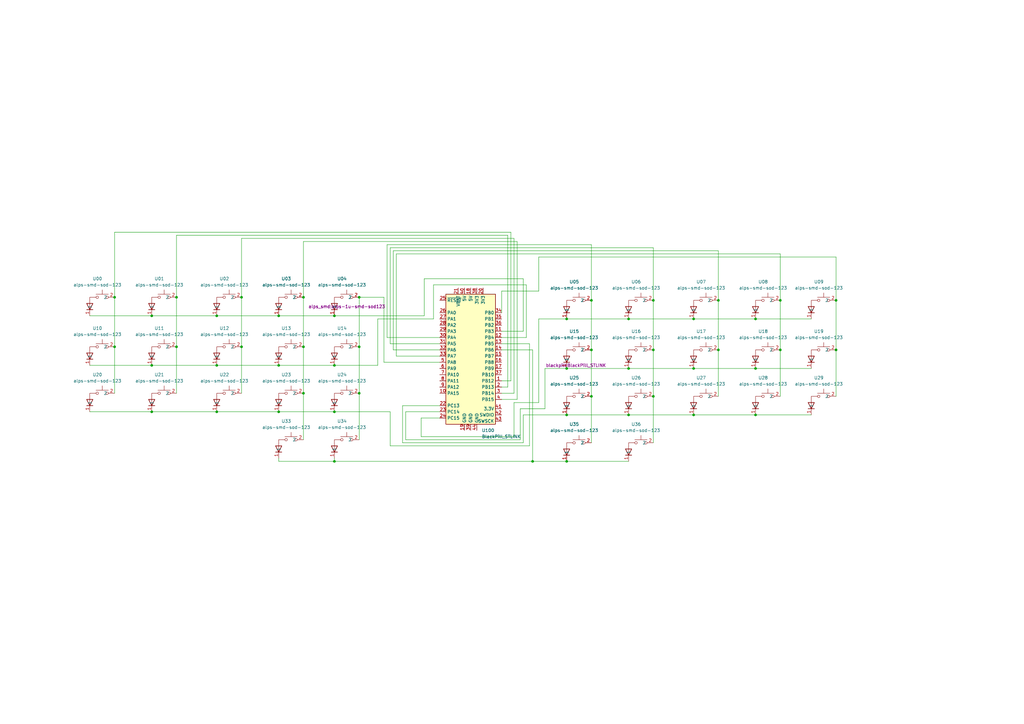
<source format=kicad_sch>
(kicad_sch (version 20211123) (generator eeschema)
  (paper "A3")
  (lib_symbols
    (symbol "alps-smd-sod-123_1"
      (property "Reference" "U" (at 0 0 0))
      (property "Value" "alps-smd-sod-123_1" (at 0 8.89 0))
      (symbol "alps-smd-sod-123_1_0_1"
        (circle (center -2.032 3.81) (radius 0.508))
        (polyline (pts (xy -6.35 -1.27) (xy -3.81 -1.27)) (stroke (width 0.254)))
        (polyline (pts (xy -5.08 1.27) (xy -5.08 -1.27)))
        (polyline (pts (xy 0 5.08) (xy 0 6.858)))
        (polyline (pts (xy 2.54 5.08) (xy -2.54 5.08)))
        (polyline (pts (xy -5.08 1.27) (xy -5.08 3.81) (xy -2.54 3.81)))
        (polyline (pts (xy -6.35 1.27) (xy -3.81 1.27) (xy -5.08 -1.27) (xy -6.35 1.27)) (stroke (width 0.254)))
        (circle (center 2.032 3.81) (radius 0.508))
        (pin passive line (at 5.08 3.81 180) (length 2.54) (name "2") (number "2"))
      )
      (symbol "alps-smd-sod-123_1_1_1"
        (pin passive line (at -5.08 -3.81 90) (length 2.54) (name "1") (number "1"))
      )
    )
    (symbol "alps-smd-sod-123_10"
      (property "Reference" "U" (at 0 0 0))
      (property "Value" "alps-smd-sod-123_10" (at 0 8.89 0))
      (symbol "alps-smd-sod-123_10_0_1"
        (circle (center -2.032 3.81) (radius 0.508))
        (polyline (pts (xy -6.35 -1.27) (xy -3.81 -1.27)) (stroke (width 0.254)))
        (polyline (pts (xy -5.08 1.27) (xy -5.08 -1.27)))
        (polyline (pts (xy 0 5.08) (xy 0 6.858)))
        (polyline (pts (xy 2.54 5.08) (xy -2.54 5.08)))
        (polyline (pts (xy -5.08 1.27) (xy -5.08 3.81) (xy -2.54 3.81)))
        (polyline (pts (xy -6.35 1.27) (xy -3.81 1.27) (xy -5.08 -1.27) (xy -6.35 1.27)) (stroke (width 0.254)))
        (circle (center 2.032 3.81) (radius 0.508))
        (pin passive line (at 5.08 3.81 180) (length 2.54) (name "2") (number "2"))
      )
      (symbol "alps-smd-sod-123_10_1_1"
        (pin passive line (at -5.08 -3.81 90) (length 2.54) (name "1") (number "1"))
      )
    )
    (symbol "alps-smd-sod-123_11"
      (property "Reference" "U" (at 0 0 0))
      (property "Value" "alps-smd-sod-123_11" (at 0 8.89 0))
      (symbol "alps-smd-sod-123_11_0_1"
        (circle (center -2.032 3.81) (radius 0.508))
        (polyline (pts (xy -6.35 -1.27) (xy -3.81 -1.27)) (stroke (width 0.254)))
        (polyline (pts (xy -5.08 1.27) (xy -5.08 -1.27)))
        (polyline (pts (xy 0 5.08) (xy 0 6.858)))
        (polyline (pts (xy 2.54 5.08) (xy -2.54 5.08)))
        (polyline (pts (xy -5.08 1.27) (xy -5.08 3.81) (xy -2.54 3.81)))
        (polyline (pts (xy -6.35 1.27) (xy -3.81 1.27) (xy -5.08 -1.27) (xy -6.35 1.27)) (stroke (width 0.254)))
        (circle (center 2.032 3.81) (radius 0.508))
        (pin passive line (at 5.08 3.81 180) (length 2.54) (name "2") (number "2"))
      )
      (symbol "alps-smd-sod-123_11_1_1"
        (pin passive line (at -5.08 -3.81 90) (length 2.54) (name "1") (number "1"))
      )
    )
    (symbol "alps-smd-sod-123_12"
      (property "Reference" "U" (at 0 0 0))
      (property "Value" "alps-smd-sod-123_12" (at 0 8.89 0))
      (symbol "alps-smd-sod-123_12_0_1"
        (circle (center -2.032 3.81) (radius 0.508))
        (polyline (pts (xy -6.35 -1.27) (xy -3.81 -1.27)) (stroke (width 0.254)))
        (polyline (pts (xy -5.08 1.27) (xy -5.08 -1.27)))
        (polyline (pts (xy 0 5.08) (xy 0 6.858)))
        (polyline (pts (xy 2.54 5.08) (xy -2.54 5.08)))
        (polyline (pts (xy -5.08 1.27) (xy -5.08 3.81) (xy -2.54 3.81)))
        (polyline (pts (xy -6.35 1.27) (xy -3.81 1.27) (xy -5.08 -1.27) (xy -6.35 1.27)) (stroke (width 0.254)))
        (circle (center 2.032 3.81) (radius 0.508))
        (pin passive line (at 5.08 3.81 180) (length 2.54) (name "2") (number "2"))
      )
      (symbol "alps-smd-sod-123_12_1_1"
        (pin passive line (at -5.08 -3.81 90) (length 2.54) (name "1") (number "1"))
      )
    )
    (symbol "alps-smd-sod-123_13"
      (property "Reference" "U" (at 0 0 0))
      (property "Value" "alps-smd-sod-123_13" (at 0 8.89 0))
      (symbol "alps-smd-sod-123_13_0_1"
        (circle (center -2.032 3.81) (radius 0.508))
        (polyline (pts (xy -6.35 -1.27) (xy -3.81 -1.27)) (stroke (width 0.254)))
        (polyline (pts (xy -5.08 1.27) (xy -5.08 -1.27)))
        (polyline (pts (xy 0 5.08) (xy 0 6.858)))
        (polyline (pts (xy 2.54 5.08) (xy -2.54 5.08)))
        (polyline (pts (xy -5.08 1.27) (xy -5.08 3.81) (xy -2.54 3.81)))
        (polyline (pts (xy -6.35 1.27) (xy -3.81 1.27) (xy -5.08 -1.27) (xy -6.35 1.27)) (stroke (width 0.254)))
        (circle (center 2.032 3.81) (radius 0.508))
        (pin passive line (at 5.08 3.81 180) (length 2.54) (name "2") (number "2"))
      )
      (symbol "alps-smd-sod-123_13_1_1"
        (pin passive line (at -5.08 -3.81 90) (length 2.54) (name "1") (number "1"))
      )
    )
    (symbol "alps-smd-sod-123_14"
      (property "Reference" "U" (at 0 0 0))
      (property "Value" "alps-smd-sod-123_14" (at 0 8.89 0))
      (symbol "alps-smd-sod-123_14_0_1"
        (circle (center -2.032 3.81) (radius 0.508))
        (polyline (pts (xy -6.35 -1.27) (xy -3.81 -1.27)) (stroke (width 0.254)))
        (polyline (pts (xy -5.08 1.27) (xy -5.08 -1.27)))
        (polyline (pts (xy 0 5.08) (xy 0 6.858)))
        (polyline (pts (xy 2.54 5.08) (xy -2.54 5.08)))
        (polyline (pts (xy -5.08 1.27) (xy -5.08 3.81) (xy -2.54 3.81)))
        (polyline (pts (xy -6.35 1.27) (xy -3.81 1.27) (xy -5.08 -1.27) (xy -6.35 1.27)) (stroke (width 0.254)))
        (circle (center 2.032 3.81) (radius 0.508))
        (pin passive line (at 5.08 3.81 180) (length 2.54) (name "2") (number "2"))
      )
      (symbol "alps-smd-sod-123_14_1_1"
        (pin passive line (at -5.08 -3.81 90) (length 2.54) (name "1") (number "1"))
      )
    )
    (symbol "alps-smd-sod-123_15"
      (property "Reference" "U" (at 0 0 0))
      (property "Value" "alps-smd-sod-123_15" (at 0 8.89 0))
      (symbol "alps-smd-sod-123_15_0_1"
        (circle (center -2.032 3.81) (radius 0.508))
        (polyline (pts (xy -6.35 -1.27) (xy -3.81 -1.27)) (stroke (width 0.254)))
        (polyline (pts (xy -5.08 1.27) (xy -5.08 -1.27)))
        (polyline (pts (xy 0 5.08) (xy 0 6.858)))
        (polyline (pts (xy 2.54 5.08) (xy -2.54 5.08)))
        (polyline (pts (xy -5.08 1.27) (xy -5.08 3.81) (xy -2.54 3.81)))
        (polyline (pts (xy -6.35 1.27) (xy -3.81 1.27) (xy -5.08 -1.27) (xy -6.35 1.27)) (stroke (width 0.254)))
        (circle (center 2.032 3.81) (radius 0.508))
        (pin passive line (at 5.08 3.81 180) (length 2.54) (name "2") (number "2"))
      )
      (symbol "alps-smd-sod-123_15_1_1"
        (pin passive line (at -5.08 -3.81 90) (length 2.54) (name "1") (number "1"))
      )
    )
    (symbol "alps-smd-sod-123_16"
      (property "Reference" "U" (at 0 0 0))
      (property "Value" "alps-smd-sod-123_16" (at 0 8.89 0))
      (symbol "alps-smd-sod-123_16_0_1"
        (circle (center -2.032 3.81) (radius 0.508))
        (polyline (pts (xy -6.35 -1.27) (xy -3.81 -1.27)) (stroke (width 0.254)))
        (polyline (pts (xy -5.08 1.27) (xy -5.08 -1.27)))
        (polyline (pts (xy 0 5.08) (xy 0 6.858)))
        (polyline (pts (xy 2.54 5.08) (xy -2.54 5.08)))
        (polyline (pts (xy -5.08 1.27) (xy -5.08 3.81) (xy -2.54 3.81)))
        (polyline (pts (xy -6.35 1.27) (xy -3.81 1.27) (xy -5.08 -1.27) (xy -6.35 1.27)) (stroke (width 0.254)))
        (circle (center 2.032 3.81) (radius 0.508))
        (pin passive line (at 5.08 3.81 180) (length 2.54) (name "2") (number "2"))
      )
      (symbol "alps-smd-sod-123_16_1_1"
        (pin passive line (at -5.08 -3.81 90) (length 2.54) (name "1") (number "1"))
      )
    )
    (symbol "alps-smd-sod-123_17"
      (property "Reference" "U" (at 0 0 0))
      (property "Value" "alps-smd-sod-123_17" (at 0 8.89 0))
      (symbol "alps-smd-sod-123_17_0_1"
        (circle (center -2.032 3.81) (radius 0.508))
        (polyline (pts (xy -6.35 -1.27) (xy -3.81 -1.27)) (stroke (width 0.254)))
        (polyline (pts (xy -5.08 1.27) (xy -5.08 -1.27)))
        (polyline (pts (xy 0 5.08) (xy 0 6.858)))
        (polyline (pts (xy 2.54 5.08) (xy -2.54 5.08)))
        (polyline (pts (xy -5.08 1.27) (xy -5.08 3.81) (xy -2.54 3.81)))
        (polyline (pts (xy -6.35 1.27) (xy -3.81 1.27) (xy -5.08 -1.27) (xy -6.35 1.27)) (stroke (width 0.254)))
        (circle (center 2.032 3.81) (radius 0.508))
        (pin passive line (at 5.08 3.81 180) (length 2.54) (name "2") (number "2"))
      )
      (symbol "alps-smd-sod-123_17_1_1"
        (pin passive line (at -5.08 -3.81 90) (length 2.54) (name "1") (number "1"))
      )
    )
    (symbol "alps-smd-sod-123_18"
      (property "Reference" "U" (at 0 0 0))
      (property "Value" "alps-smd-sod-123_18" (at 0 8.89 0))
      (symbol "alps-smd-sod-123_18_0_1"
        (circle (center -2.032 3.81) (radius 0.508))
        (polyline (pts (xy -6.35 -1.27) (xy -3.81 -1.27)) (stroke (width 0.254)))
        (polyline (pts (xy -5.08 1.27) (xy -5.08 -1.27)))
        (polyline (pts (xy 0 5.08) (xy 0 6.858)))
        (polyline (pts (xy 2.54 5.08) (xy -2.54 5.08)))
        (polyline (pts (xy -5.08 1.27) (xy -5.08 3.81) (xy -2.54 3.81)))
        (polyline (pts (xy -6.35 1.27) (xy -3.81 1.27) (xy -5.08 -1.27) (xy -6.35 1.27)) (stroke (width 0.254)))
        (circle (center 2.032 3.81) (radius 0.508))
        (pin passive line (at 5.08 3.81 180) (length 2.54) (name "2") (number "2"))
      )
      (symbol "alps-smd-sod-123_18_1_1"
        (pin passive line (at -5.08 -3.81 90) (length 2.54) (name "1") (number "1"))
      )
    )
    (symbol "alps-smd-sod-123_19"
      (property "Reference" "U" (at 0 0 0))
      (property "Value" "alps-smd-sod-123_19" (at 0 8.89 0))
      (symbol "alps-smd-sod-123_19_0_1"
        (circle (center -2.032 3.81) (radius 0.508))
        (polyline (pts (xy -6.35 -1.27) (xy -3.81 -1.27)) (stroke (width 0.254)))
        (polyline (pts (xy -5.08 1.27) (xy -5.08 -1.27)))
        (polyline (pts (xy 0 5.08) (xy 0 6.858)))
        (polyline (pts (xy 2.54 5.08) (xy -2.54 5.08)))
        (polyline (pts (xy -5.08 1.27) (xy -5.08 3.81) (xy -2.54 3.81)))
        (polyline (pts (xy -6.35 1.27) (xy -3.81 1.27) (xy -5.08 -1.27) (xy -6.35 1.27)) (stroke (width 0.254)))
        (circle (center 2.032 3.81) (radius 0.508))
        (pin passive line (at 5.08 3.81 180) (length 2.54) (name "2") (number "2"))
      )
      (symbol "alps-smd-sod-123_19_1_1"
        (pin passive line (at -5.08 -3.81 90) (length 2.54) (name "1") (number "1"))
      )
    )
    (symbol "alps-smd-sod-123_2"
      (property "Reference" "U" (at 0 0 0))
      (property "Value" "alps-smd-sod-123_2" (at 0 8.89 0))
      (symbol "alps-smd-sod-123_2_0_1"
        (circle (center -2.032 3.81) (radius 0.508))
        (polyline (pts (xy -6.35 -1.27) (xy -3.81 -1.27)) (stroke (width 0.254)))
        (polyline (pts (xy -5.08 1.27) (xy -5.08 -1.27)))
        (polyline (pts (xy 0 5.08) (xy 0 6.858)))
        (polyline (pts (xy 2.54 5.08) (xy -2.54 5.08)))
        (polyline (pts (xy -5.08 1.27) (xy -5.08 3.81) (xy -2.54 3.81)))
        (polyline (pts (xy -6.35 1.27) (xy -3.81 1.27) (xy -5.08 -1.27) (xy -6.35 1.27)) (stroke (width 0.254)))
        (circle (center 2.032 3.81) (radius 0.508))
        (pin passive line (at 5.08 3.81 180) (length 2.54) (name "2") (number "2"))
      )
      (symbol "alps-smd-sod-123_2_1_1"
        (pin passive line (at -5.08 -3.81 90) (length 2.54) (name "1") (number "1"))
      )
    )
    (symbol "alps-smd-sod-123_20"
      (property "Reference" "U" (at 0 0 0))
      (property "Value" "alps-smd-sod-123_20" (at 0 8.89 0))
      (symbol "alps-smd-sod-123_20_0_1"
        (circle (center -2.032 3.81) (radius 0.508))
        (polyline (pts (xy -6.35 -1.27) (xy -3.81 -1.27)) (stroke (width 0.254)))
        (polyline (pts (xy -5.08 1.27) (xy -5.08 -1.27)))
        (polyline (pts (xy 0 5.08) (xy 0 6.858)))
        (polyline (pts (xy 2.54 5.08) (xy -2.54 5.08)))
        (polyline (pts (xy -5.08 1.27) (xy -5.08 3.81) (xy -2.54 3.81)))
        (polyline (pts (xy -6.35 1.27) (xy -3.81 1.27) (xy -5.08 -1.27) (xy -6.35 1.27)) (stroke (width 0.254)))
        (circle (center 2.032 3.81) (radius 0.508))
        (pin passive line (at 5.08 3.81 180) (length 2.54) (name "2") (number "2"))
      )
      (symbol "alps-smd-sod-123_20_1_1"
        (pin passive line (at -5.08 -3.81 90) (length 2.54) (name "1") (number "1"))
      )
    )
    (symbol "alps-smd-sod-123_21"
      (property "Reference" "U" (at 0 0 0))
      (property "Value" "alps-smd-sod-123_21" (at 0 8.89 0))
      (symbol "alps-smd-sod-123_21_0_1"
        (circle (center -2.032 3.81) (radius 0.508))
        (polyline (pts (xy -6.35 -1.27) (xy -3.81 -1.27)) (stroke (width 0.254)))
        (polyline (pts (xy -5.08 1.27) (xy -5.08 -1.27)))
        (polyline (pts (xy 0 5.08) (xy 0 6.858)))
        (polyline (pts (xy 2.54 5.08) (xy -2.54 5.08)))
        (polyline (pts (xy -5.08 1.27) (xy -5.08 3.81) (xy -2.54 3.81)))
        (polyline (pts (xy -6.35 1.27) (xy -3.81 1.27) (xy -5.08 -1.27) (xy -6.35 1.27)) (stroke (width 0.254)))
        (circle (center 2.032 3.81) (radius 0.508))
        (pin passive line (at 5.08 3.81 180) (length 2.54) (name "2") (number "2"))
      )
      (symbol "alps-smd-sod-123_21_1_1"
        (pin passive line (at -5.08 -3.81 90) (length 2.54) (name "1") (number "1"))
      )
    )
    (symbol "alps-smd-sod-123_22"
      (property "Reference" "U" (at 0 0 0))
      (property "Value" "alps-smd-sod-123_22" (at 0 8.89 0))
      (symbol "alps-smd-sod-123_22_0_1"
        (circle (center -2.032 3.81) (radius 0.508))
        (polyline (pts (xy -6.35 -1.27) (xy -3.81 -1.27)) (stroke (width 0.254)))
        (polyline (pts (xy -5.08 1.27) (xy -5.08 -1.27)))
        (polyline (pts (xy 0 5.08) (xy 0 6.858)))
        (polyline (pts (xy 2.54 5.08) (xy -2.54 5.08)))
        (polyline (pts (xy -5.08 1.27) (xy -5.08 3.81) (xy -2.54 3.81)))
        (polyline (pts (xy -6.35 1.27) (xy -3.81 1.27) (xy -5.08 -1.27) (xy -6.35 1.27)) (stroke (width 0.254)))
        (circle (center 2.032 3.81) (radius 0.508))
        (pin passive line (at 5.08 3.81 180) (length 2.54) (name "2") (number "2"))
      )
      (symbol "alps-smd-sod-123_22_1_1"
        (pin passive line (at -5.08 -3.81 90) (length 2.54) (name "1") (number "1"))
      )
    )
    (symbol "alps-smd-sod-123_23"
      (property "Reference" "U" (at 0 0 0))
      (property "Value" "alps-smd-sod-123_23" (at 0 8.89 0))
      (symbol "alps-smd-sod-123_23_0_1"
        (circle (center -2.032 3.81) (radius 0.508))
        (polyline (pts (xy -6.35 -1.27) (xy -3.81 -1.27)) (stroke (width 0.254)))
        (polyline (pts (xy -5.08 1.27) (xy -5.08 -1.27)))
        (polyline (pts (xy 0 5.08) (xy 0 6.858)))
        (polyline (pts (xy 2.54 5.08) (xy -2.54 5.08)))
        (polyline (pts (xy -5.08 1.27) (xy -5.08 3.81) (xy -2.54 3.81)))
        (polyline (pts (xy -6.35 1.27) (xy -3.81 1.27) (xy -5.08 -1.27) (xy -6.35 1.27)) (stroke (width 0.254)))
        (circle (center 2.032 3.81) (radius 0.508))
        (pin passive line (at 5.08 3.81 180) (length 2.54) (name "2") (number "2"))
      )
      (symbol "alps-smd-sod-123_23_1_1"
        (pin passive line (at -5.08 -3.81 90) (length 2.54) (name "1") (number "1"))
      )
    )
    (symbol "alps-smd-sod-123_24"
      (property "Reference" "U" (at 0 0 0))
      (property "Value" "alps-smd-sod-123_24" (at 0 8.89 0))
      (symbol "alps-smd-sod-123_24_0_1"
        (circle (center -2.032 3.81) (radius 0.508))
        (polyline (pts (xy -6.35 -1.27) (xy -3.81 -1.27)) (stroke (width 0.254)))
        (polyline (pts (xy -5.08 1.27) (xy -5.08 -1.27)))
        (polyline (pts (xy 0 5.08) (xy 0 6.858)))
        (polyline (pts (xy 2.54 5.08) (xy -2.54 5.08)))
        (polyline (pts (xy -5.08 1.27) (xy -5.08 3.81) (xy -2.54 3.81)))
        (polyline (pts (xy -6.35 1.27) (xy -3.81 1.27) (xy -5.08 -1.27) (xy -6.35 1.27)) (stroke (width 0.254)))
        (circle (center 2.032 3.81) (radius 0.508))
        (pin passive line (at 5.08 3.81 180) (length 2.54) (name "2") (number "2"))
      )
      (symbol "alps-smd-sod-123_24_1_1"
        (pin passive line (at -5.08 -3.81 90) (length 2.54) (name "1") (number "1"))
      )
    )
    (symbol "alps-smd-sod-123_25"
      (property "Reference" "U" (at 0 0 0))
      (property "Value" "alps-smd-sod-123_25" (at 0 8.89 0))
      (symbol "alps-smd-sod-123_25_0_1"
        (circle (center -2.032 3.81) (radius 0.508))
        (polyline (pts (xy -6.35 -1.27) (xy -3.81 -1.27)) (stroke (width 0.254)))
        (polyline (pts (xy -5.08 1.27) (xy -5.08 -1.27)))
        (polyline (pts (xy 0 5.08) (xy 0 6.858)))
        (polyline (pts (xy 2.54 5.08) (xy -2.54 5.08)))
        (polyline (pts (xy -5.08 1.27) (xy -5.08 3.81) (xy -2.54 3.81)))
        (polyline (pts (xy -6.35 1.27) (xy -3.81 1.27) (xy -5.08 -1.27) (xy -6.35 1.27)) (stroke (width 0.254)))
        (circle (center 2.032 3.81) (radius 0.508))
        (pin passive line (at 5.08 3.81 180) (length 2.54) (name "2") (number "2"))
      )
      (symbol "alps-smd-sod-123_25_1_1"
        (pin passive line (at -5.08 -3.81 90) (length 2.54) (name "1") (number "1"))
      )
    )
    (symbol "alps-smd-sod-123_26"
      (property "Reference" "U" (at 0 0 0))
      (property "Value" "alps-smd-sod-123_26" (at 0 8.89 0))
      (symbol "alps-smd-sod-123_26_0_1"
        (circle (center -2.032 3.81) (radius 0.508))
        (polyline (pts (xy -6.35 -1.27) (xy -3.81 -1.27)) (stroke (width 0.254)))
        (polyline (pts (xy -5.08 1.27) (xy -5.08 -1.27)))
        (polyline (pts (xy 0 5.08) (xy 0 6.858)))
        (polyline (pts (xy 2.54 5.08) (xy -2.54 5.08)))
        (polyline (pts (xy -5.08 1.27) (xy -5.08 3.81) (xy -2.54 3.81)))
        (polyline (pts (xy -6.35 1.27) (xy -3.81 1.27) (xy -5.08 -1.27) (xy -6.35 1.27)) (stroke (width 0.254)))
        (circle (center 2.032 3.81) (radius 0.508))
        (pin passive line (at 5.08 3.81 180) (length 2.54) (name "2") (number "2"))
      )
      (symbol "alps-smd-sod-123_26_1_1"
        (pin passive line (at -5.08 -3.81 90) (length 2.54) (name "1") (number "1"))
      )
    )
    (symbol "alps-smd-sod-123_27"
      (property "Reference" "U" (at 0 0 0))
      (property "Value" "alps-smd-sod-123_27" (at 0 8.89 0))
      (symbol "alps-smd-sod-123_27_0_1"
        (circle (center -2.032 3.81) (radius 0.508))
        (polyline (pts (xy -6.35 -1.27) (xy -3.81 -1.27)) (stroke (width 0.254)))
        (polyline (pts (xy -5.08 1.27) (xy -5.08 -1.27)))
        (polyline (pts (xy 0 5.08) (xy 0 6.858)))
        (polyline (pts (xy 2.54 5.08) (xy -2.54 5.08)))
        (polyline (pts (xy -5.08 1.27) (xy -5.08 3.81) (xy -2.54 3.81)))
        (polyline (pts (xy -6.35 1.27) (xy -3.81 1.27) (xy -5.08 -1.27) (xy -6.35 1.27)) (stroke (width 0.254)))
        (circle (center 2.032 3.81) (radius 0.508))
        (pin passive line (at 5.08 3.81 180) (length 2.54) (name "2") (number "2"))
      )
      (symbol "alps-smd-sod-123_27_1_1"
        (pin passive line (at -5.08 -3.81 90) (length 2.54) (name "1") (number "1"))
      )
    )
    (symbol "alps-smd-sod-123_28"
      (property "Reference" "U" (at 0 0 0))
      (property "Value" "alps-smd-sod-123_28" (at 0 8.89 0))
      (symbol "alps-smd-sod-123_28_0_1"
        (circle (center -2.032 3.81) (radius 0.508))
        (polyline (pts (xy -6.35 -1.27) (xy -3.81 -1.27)) (stroke (width 0.254)))
        (polyline (pts (xy -5.08 1.27) (xy -5.08 -1.27)))
        (polyline (pts (xy 0 5.08) (xy 0 6.858)))
        (polyline (pts (xy 2.54 5.08) (xy -2.54 5.08)))
        (polyline (pts (xy -5.08 1.27) (xy -5.08 3.81) (xy -2.54 3.81)))
        (polyline (pts (xy -6.35 1.27) (xy -3.81 1.27) (xy -5.08 -1.27) (xy -6.35 1.27)) (stroke (width 0.254)))
        (circle (center 2.032 3.81) (radius 0.508))
        (pin passive line (at 5.08 3.81 180) (length 2.54) (name "2") (number "2"))
      )
      (symbol "alps-smd-sod-123_28_1_1"
        (pin passive line (at -5.08 -3.81 90) (length 2.54) (name "1") (number "1"))
      )
    )
    (symbol "alps-smd-sod-123_29"
      (property "Reference" "U" (at 0 0 0))
      (property "Value" "alps-smd-sod-123_29" (at 0 8.89 0))
      (symbol "alps-smd-sod-123_29_0_1"
        (circle (center -2.032 3.81) (radius 0.508))
        (polyline (pts (xy -6.35 -1.27) (xy -3.81 -1.27)) (stroke (width 0.254)))
        (polyline (pts (xy -5.08 1.27) (xy -5.08 -1.27)))
        (polyline (pts (xy 0 5.08) (xy 0 6.858)))
        (polyline (pts (xy 2.54 5.08) (xy -2.54 5.08)))
        (polyline (pts (xy -5.08 1.27) (xy -5.08 3.81) (xy -2.54 3.81)))
        (polyline (pts (xy -6.35 1.27) (xy -3.81 1.27) (xy -5.08 -1.27) (xy -6.35 1.27)) (stroke (width 0.254)))
        (circle (center 2.032 3.81) (radius 0.508))
        (pin passive line (at 5.08 3.81 180) (length 2.54) (name "2") (number "2"))
      )
      (symbol "alps-smd-sod-123_29_1_1"
        (pin passive line (at -5.08 -3.81 90) (length 2.54) (name "1") (number "1"))
      )
    )
    (symbol "alps-smd-sod-123_3"
      (property "Reference" "U" (at 0 0 0))
      (property "Value" "alps-smd-sod-123_3" (at 0 8.89 0))
      (symbol "alps-smd-sod-123_3_0_1"
        (circle (center -2.032 3.81) (radius 0.508))
        (polyline (pts (xy -6.35 -1.27) (xy -3.81 -1.27)) (stroke (width 0.254)))
        (polyline (pts (xy -5.08 1.27) (xy -5.08 -1.27)))
        (polyline (pts (xy 0 5.08) (xy 0 6.858)))
        (polyline (pts (xy 2.54 5.08) (xy -2.54 5.08)))
        (polyline (pts (xy -5.08 1.27) (xy -5.08 3.81) (xy -2.54 3.81)))
        (polyline (pts (xy -6.35 1.27) (xy -3.81 1.27) (xy -5.08 -1.27) (xy -6.35 1.27)) (stroke (width 0.254)))
        (circle (center 2.032 3.81) (radius 0.508))
        (pin passive line (at 5.08 3.81 180) (length 2.54) (name "2") (number "2"))
      )
      (symbol "alps-smd-sod-123_3_1_1"
        (pin passive line (at -5.08 -3.81 90) (length 2.54) (name "1") (number "1"))
      )
    )
    (symbol "alps-smd-sod-123_30"
      (property "Reference" "U" (at 0 0 0))
      (property "Value" "alps-smd-sod-123_30" (at 0 8.89 0))
      (symbol "alps-smd-sod-123_30_0_1"
        (circle (center -2.032 3.81) (radius 0.508))
        (polyline (pts (xy -6.35 -1.27) (xy -3.81 -1.27)) (stroke (width 0.254)))
        (polyline (pts (xy -5.08 1.27) (xy -5.08 -1.27)))
        (polyline (pts (xy 0 5.08) (xy 0 6.858)))
        (polyline (pts (xy 2.54 5.08) (xy -2.54 5.08)))
        (polyline (pts (xy -5.08 1.27) (xy -5.08 3.81) (xy -2.54 3.81)))
        (polyline (pts (xy -6.35 1.27) (xy -3.81 1.27) (xy -5.08 -1.27) (xy -6.35 1.27)) (stroke (width 0.254)))
        (circle (center 2.032 3.81) (radius 0.508))
        (pin passive line (at 5.08 3.81 180) (length 2.54) (name "2") (number "2"))
      )
      (symbol "alps-smd-sod-123_30_1_1"
        (pin passive line (at -5.08 -3.81 90) (length 2.54) (name "1") (number "1"))
      )
    )
    (symbol "alps-smd-sod-123_31"
      (property "Reference" "U" (at 0 0 0))
      (property "Value" "alps-smd-sod-123_31" (at 0 8.89 0))
      (symbol "alps-smd-sod-123_31_0_1"
        (circle (center -2.032 3.81) (radius 0.508))
        (polyline (pts (xy -6.35 -1.27) (xy -3.81 -1.27)) (stroke (width 0.254)))
        (polyline (pts (xy -5.08 1.27) (xy -5.08 -1.27)))
        (polyline (pts (xy 0 5.08) (xy 0 6.858)))
        (polyline (pts (xy 2.54 5.08) (xy -2.54 5.08)))
        (polyline (pts (xy -5.08 1.27) (xy -5.08 3.81) (xy -2.54 3.81)))
        (polyline (pts (xy -6.35 1.27) (xy -3.81 1.27) (xy -5.08 -1.27) (xy -6.35 1.27)) (stroke (width 0.254)))
        (circle (center 2.032 3.81) (radius 0.508))
        (pin passive line (at 5.08 3.81 180) (length 2.54) (name "2") (number "2"))
      )
      (symbol "alps-smd-sod-123_31_1_1"
        (pin passive line (at -5.08 -3.81 90) (length 2.54) (name "1") (number "1"))
      )
    )
    (symbol "alps-smd-sod-123_32"
      (property "Reference" "U" (at 0 0 0))
      (property "Value" "alps-smd-sod-123_32" (at 0 8.89 0))
      (symbol "alps-smd-sod-123_32_0_1"
        (circle (center -2.032 3.81) (radius 0.508))
        (polyline (pts (xy -6.35 -1.27) (xy -3.81 -1.27)) (stroke (width 0.254)))
        (polyline (pts (xy -5.08 1.27) (xy -5.08 -1.27)))
        (polyline (pts (xy 0 5.08) (xy 0 6.858)))
        (polyline (pts (xy 2.54 5.08) (xy -2.54 5.08)))
        (polyline (pts (xy -5.08 1.27) (xy -5.08 3.81) (xy -2.54 3.81)))
        (polyline (pts (xy -6.35 1.27) (xy -3.81 1.27) (xy -5.08 -1.27) (xy -6.35 1.27)) (stroke (width 0.254)))
        (circle (center 2.032 3.81) (radius 0.508))
        (pin passive line (at 5.08 3.81 180) (length 2.54) (name "2") (number "2"))
      )
      (symbol "alps-smd-sod-123_32_1_1"
        (pin passive line (at -5.08 -3.81 90) (length 2.54) (name "1") (number "1"))
      )
    )
    (symbol "alps-smd-sod-123_33"
      (property "Reference" "U" (at 0 0 0))
      (property "Value" "alps-smd-sod-123_33" (at 0 8.89 0))
      (symbol "alps-smd-sod-123_33_0_1"
        (circle (center -2.032 3.81) (radius 0.508))
        (polyline (pts (xy -6.35 -1.27) (xy -3.81 -1.27)) (stroke (width 0.254)))
        (polyline (pts (xy -5.08 1.27) (xy -5.08 -1.27)))
        (polyline (pts (xy 0 5.08) (xy 0 6.858)))
        (polyline (pts (xy 2.54 5.08) (xy -2.54 5.08)))
        (polyline (pts (xy -5.08 1.27) (xy -5.08 3.81) (xy -2.54 3.81)))
        (polyline (pts (xy -6.35 1.27) (xy -3.81 1.27) (xy -5.08 -1.27) (xy -6.35 1.27)) (stroke (width 0.254)))
        (circle (center 2.032 3.81) (radius 0.508))
        (pin passive line (at 5.08 3.81 180) (length 2.54) (name "2") (number "2"))
      )
      (symbol "alps-smd-sod-123_33_1_1"
        (pin passive line (at -5.08 -3.81 90) (length 2.54) (name "1") (number "1"))
      )
    )
    (symbol "alps-smd-sod-123_4"
      (property "Reference" "U" (at 0 0 0))
      (property "Value" "alps-smd-sod-123_4" (at 0 8.89 0))
      (symbol "alps-smd-sod-123_4_0_1"
        (circle (center -2.032 3.81) (radius 0.508))
        (polyline (pts (xy -6.35 -1.27) (xy -3.81 -1.27)) (stroke (width 0.254)))
        (polyline (pts (xy -5.08 1.27) (xy -5.08 -1.27)))
        (polyline (pts (xy 0 5.08) (xy 0 6.858)))
        (polyline (pts (xy 2.54 5.08) (xy -2.54 5.08)))
        (polyline (pts (xy -5.08 1.27) (xy -5.08 3.81) (xy -2.54 3.81)))
        (polyline (pts (xy -6.35 1.27) (xy -3.81 1.27) (xy -5.08 -1.27) (xy -6.35 1.27)) (stroke (width 0.254)))
        (circle (center 2.032 3.81) (radius 0.508))
        (pin passive line (at 5.08 3.81 180) (length 2.54) (name "2") (number "2"))
      )
      (symbol "alps-smd-sod-123_4_1_1"
        (pin passive line (at -5.08 -3.81 90) (length 2.54) (name "1") (number "1"))
      )
    )
    (symbol "alps-smd-sod-123_5"
      (property "Reference" "U" (at 0 0 0))
      (property "Value" "alps-smd-sod-123_5" (at 0 8.89 0))
      (symbol "alps-smd-sod-123_5_0_1"
        (circle (center -2.032 3.81) (radius 0.508))
        (polyline (pts (xy -6.35 -1.27) (xy -3.81 -1.27)) (stroke (width 0.254)))
        (polyline (pts (xy -5.08 1.27) (xy -5.08 -1.27)))
        (polyline (pts (xy 0 5.08) (xy 0 6.858)))
        (polyline (pts (xy 2.54 5.08) (xy -2.54 5.08)))
        (polyline (pts (xy -5.08 1.27) (xy -5.08 3.81) (xy -2.54 3.81)))
        (polyline (pts (xy -6.35 1.27) (xy -3.81 1.27) (xy -5.08 -1.27) (xy -6.35 1.27)) (stroke (width 0.254)))
        (circle (center 2.032 3.81) (radius 0.508))
        (pin passive line (at 5.08 3.81 180) (length 2.54) (name "2") (number "2"))
      )
      (symbol "alps-smd-sod-123_5_1_1"
        (pin passive line (at -5.08 -3.81 90) (length 2.54) (name "1") (number "1"))
      )
    )
    (symbol "alps-smd-sod-123_6"
      (property "Reference" "U" (at 0 0 0))
      (property "Value" "alps-smd-sod-123_6" (at 0 8.89 0))
      (symbol "alps-smd-sod-123_6_0_1"
        (circle (center -2.032 3.81) (radius 0.508))
        (polyline (pts (xy -6.35 -1.27) (xy -3.81 -1.27)) (stroke (width 0.254)))
        (polyline (pts (xy -5.08 1.27) (xy -5.08 -1.27)))
        (polyline (pts (xy 0 5.08) (xy 0 6.858)))
        (polyline (pts (xy 2.54 5.08) (xy -2.54 5.08)))
        (polyline (pts (xy -5.08 1.27) (xy -5.08 3.81) (xy -2.54 3.81)))
        (polyline (pts (xy -6.35 1.27) (xy -3.81 1.27) (xy -5.08 -1.27) (xy -6.35 1.27)) (stroke (width 0.254)))
        (circle (center 2.032 3.81) (radius 0.508))
        (pin passive line (at 5.08 3.81 180) (length 2.54) (name "2") (number "2"))
      )
      (symbol "alps-smd-sod-123_6_1_1"
        (pin passive line (at -5.08 -3.81 90) (length 2.54) (name "1") (number "1"))
      )
    )
    (symbol "alps-smd-sod-123_7"
      (property "Reference" "U" (at 0 0 0))
      (property "Value" "alps-smd-sod-123_7" (at 0 8.89 0))
      (symbol "alps-smd-sod-123_7_0_1"
        (circle (center -2.032 3.81) (radius 0.508))
        (polyline (pts (xy -6.35 -1.27) (xy -3.81 -1.27)) (stroke (width 0.254)))
        (polyline (pts (xy -5.08 1.27) (xy -5.08 -1.27)))
        (polyline (pts (xy 0 5.08) (xy 0 6.858)))
        (polyline (pts (xy 2.54 5.08) (xy -2.54 5.08)))
        (polyline (pts (xy -5.08 1.27) (xy -5.08 3.81) (xy -2.54 3.81)))
        (polyline (pts (xy -6.35 1.27) (xy -3.81 1.27) (xy -5.08 -1.27) (xy -6.35 1.27)) (stroke (width 0.254)))
        (circle (center 2.032 3.81) (radius 0.508))
        (pin passive line (at 5.08 3.81 180) (length 2.54) (name "2") (number "2"))
      )
      (symbol "alps-smd-sod-123_7_1_1"
        (pin passive line (at -5.08 -3.81 90) (length 2.54) (name "1") (number "1"))
      )
    )
    (symbol "alps-smd-sod-123_8"
      (property "Reference" "U" (at 0 0 0))
      (property "Value" "alps-smd-sod-123_8" (at 0 8.89 0))
      (symbol "alps-smd-sod-123_8_0_1"
        (circle (center -2.032 3.81) (radius 0.508))
        (polyline (pts (xy -6.35 -1.27) (xy -3.81 -1.27)) (stroke (width 0.254)))
        (polyline (pts (xy -5.08 1.27) (xy -5.08 -1.27)))
        (polyline (pts (xy 0 5.08) (xy 0 6.858)))
        (polyline (pts (xy 2.54 5.08) (xy -2.54 5.08)))
        (polyline (pts (xy -5.08 1.27) (xy -5.08 3.81) (xy -2.54 3.81)))
        (polyline (pts (xy -6.35 1.27) (xy -3.81 1.27) (xy -5.08 -1.27) (xy -6.35 1.27)) (stroke (width 0.254)))
        (circle (center 2.032 3.81) (radius 0.508))
        (pin passive line (at 5.08 3.81 180) (length 2.54) (name "2") (number "2"))
      )
      (symbol "alps-smd-sod-123_8_1_1"
        (pin passive line (at -5.08 -3.81 90) (length 2.54) (name "1") (number "1"))
      )
    )
    (symbol "alps-smd-sod-123_9"
      (property "Reference" "U" (at 0 0 0))
      (property "Value" "alps-smd-sod-123_9" (at 0 8.89 0))
      (symbol "alps-smd-sod-123_9_0_1"
        (circle (center -2.032 3.81) (radius 0.508))
        (polyline (pts (xy -6.35 -1.27) (xy -3.81 -1.27)) (stroke (width 0.254)))
        (polyline (pts (xy -5.08 1.27) (xy -5.08 -1.27)))
        (polyline (pts (xy 0 5.08) (xy 0 6.858)))
        (polyline (pts (xy 2.54 5.08) (xy -2.54 5.08)))
        (polyline (pts (xy -5.08 1.27) (xy -5.08 3.81) (xy -2.54 3.81)))
        (polyline (pts (xy -6.35 1.27) (xy -3.81 1.27) (xy -5.08 -1.27) (xy -6.35 1.27)) (stroke (width 0.254)))
        (circle (center 2.032 3.81) (radius 0.508))
        (pin passive line (at 5.08 3.81 180) (length 2.54) (name "2") (number "2"))
      )
      (symbol "alps-smd-sod-123_9_1_1"
        (pin passive line (at -5.08 -3.81 90) (length 2.54) (name "1") (number "1"))
      )
    )
    (symbol "alps-smd:alps-smd-sod-123"
      (property "Reference" "U" (at 0 0 0))
      (property "Value" "alps-smd-sod-123" (at 0 8.89 0))
      (symbol "alps-smd-sod-123_0_1"
        (circle (center -2.032 3.81) (radius 0.508))
        (polyline (pts (xy -6.35 -1.27) (xy -3.81 -1.27)) (stroke (width 0.254)))
        (polyline (pts (xy -5.08 1.27) (xy -5.08 -1.27)))
        (polyline (pts (xy 0 5.08) (xy 0 6.858)))
        (polyline (pts (xy 2.54 5.08) (xy -2.54 5.08)))
        (polyline (pts (xy -5.08 1.27) (xy -5.08 3.81) (xy -2.54 3.81)))
        (polyline (pts (xy -6.35 1.27) (xy -3.81 1.27) (xy -5.08 -1.27) (xy -6.35 1.27)) (stroke (width 0.254)))
        (circle (center 2.032 3.81) (radius 0.508))
        (pin passive line (at 5.08 3.81 180) (length 2.54) (name "2") (number "2"))
      )
      (symbol "alps-smd-sod-123_1_1"
        (pin passive line (at -5.08 -3.81 90) (length 2.54) (name "1") (number "1"))
      )
    )
    (symbol "blackpill:BlackPill_STLINK"
      (property "Reference" "U6" (at 4.5594 -27.5495 0))
      (property "Value" "BlackPill_STLINK" (at 4.5594 -30.3246 0))
      (symbol "BlackPill_STLINK_0_1"
        (rectangle (start -10.16 27.94) (end 10.16 -25.4) (stroke (width 0.254)) (fill (type background)))
      )
      (symbol "BlackPill_STLINK_1_1"
        (pin bidirectional line (at 12.7 -7.62 180) (length 2.54) (name "PB12") (number "1"))
        (pin bidirectional line (at -12.7 -12.7 0) (length 2.54) (name "PA15") (number "10"))
        (pin bidirectional line (at 12.7 12.7 180) (length 2.54) (name "PB3") (number "11"))
        (pin bidirectional line (at 12.7 10.16 180) (length 2.54) (name "PB4") (number "12"))
        (pin bidirectional line (at 12.7 7.62 180) (length 2.54) (name "PB5") (number "13"))
        (pin bidirectional line (at 12.7 5.08 180) (length 2.54) (name "PB6") (number "14"))
        (pin bidirectional line (at 12.7 2.54 180) (length 2.54) (name "PB7") (number "15"))
        (pin bidirectional line (at 12.7 0 180) (length 2.54) (name "PB8") (number "16"))
        (pin bidirectional line (at 12.7 -2.54 180) (length 2.54) (name "PB9") (number "17"))
        (pin power_in line (at 0 30.48 270) (length 2.54) (name "5V") (number "18"))
        (pin power_in line (at -2.54 -27.94 90) (length 2.54) (name "GND") (number "19"))
        (pin bidirectional line (at 12.7 -10.16 180) (length 2.54) (name "PB13") (number "2"))
        (pin power_out line (at 5.08 30.48 270) (length 2.54) (name "3V3") (number "20"))
        (pin power_in line (at -5.08 30.48 270) (length 2.54) (name "VBAT") (number "21"))
        (pin bidirectional line (at -12.7 -17.78 0) (length 2.54) (name "PC13") (number "22"))
        (pin bidirectional line (at -12.7 -20.32 0) (length 2.54) (name "PC14") (number "23"))
        (pin bidirectional line (at -12.7 -22.86 0) (length 2.54) (name "PC15") (number "24"))
        (pin input line (at -12.7 25.4 0) (length 2.54) (name "~{RESET}") (number "25"))
        (pin bidirectional line (at -12.7 20.32 0) (length 2.54) (name "PA0") (number "26"))
        (pin bidirectional line (at -12.7 17.78 0) (length 2.54) (name "PA1") (number "27"))
        (pin bidirectional line (at -12.7 15.24 0) (length 2.54) (name "PA2") (number "28"))
        (pin bidirectional line (at -12.7 12.7 0) (length 2.54) (name "PA3") (number "29"))
        (pin bidirectional line (at 12.7 -12.7 180) (length 2.54) (name "PB14") (number "3"))
        (pin bidirectional line (at -12.7 10.16 0) (length 2.54) (name "PA4") (number "30"))
        (pin bidirectional line (at -12.7 7.62 0) (length 2.54) (name "PA5") (number "31"))
        (pin bidirectional line (at -12.7 5.08 0) (length 2.54) (name "PA6") (number "32"))
        (pin bidirectional line (at -12.7 2.54 0) (length 2.54) (name "PA7") (number "33"))
        (pin bidirectional line (at 12.7 20.32 180) (length 2.54) (name "PB0") (number "34"))
        (pin bidirectional line (at 12.7 17.78 180) (length 2.54) (name "PB1") (number "35"))
        (pin bidirectional line (at 12.7 15.24 180) (length 2.54) (name "PB2") (number "36"))
        (pin bidirectional line (at 12.7 -5.08 180) (length 2.54) (name "PB10") (number "37"))
        (pin power_out line (at 2.54 30.48 270) (length 2.54) (name "3V3") (number "38"))
        (pin power_in line (at 0 -27.94 90) (length 2.54) (name "GND") (number "39"))
        (pin bidirectional line (at 12.7 -15.24 180) (length 2.54) (name "PB15") (number "4"))
        (pin passive line (at -2.54 30.48 270) (length 2.54) (name "5V") (number "40"))
        (pin power_out line (at 12.7 -19.05 180) (length 2.54) (name "3.3V") (number "41"))
        (pin bidirectional line (at 12.7 -21.59 180) (length 2.54) (name "SWDIO") (number "42"))
        (pin bidirectional line (at 12.7 -24.13 180) (length 2.54) (name "SWSCK") (number "43"))
        (pin power_in line (at 2.54 -27.94 90) (length 2.54) (name "GND") (number "44"))
        (pin bidirectional line (at -12.7 0 0) (length 2.54) (name "PA8") (number "5"))
        (pin bidirectional line (at -12.7 -2.54 0) (length 2.54) (name "PA9") (number "6"))
        (pin bidirectional line (at -12.7 -5.08 0) (length 2.54) (name "PA10") (number "7"))
        (pin bidirectional line (at -12.7 -7.62 0) (length 2.54) (name "PA11") (number "8"))
        (pin bidirectional line (at -12.7 -10.16 0) (length 2.54) (name "PA12") (number "9"))
      )
    )
  )
  (junction (at 62.23 168.91))
  (junction (at 147.32 161.29))
  (junction (at 137.16 189.23))
  (junction (at 46.99 121.92))
  (junction (at 320.04 143.51))
  (junction (at 294.64 143.51))
  (junction (at 114.3 149.86))
  (junction (at 99.06 121.92))
  (junction (at 309.88 130.81))
  (junction (at 72.39 121.92))
  (junction (at 242.57 123.19))
  (junction (at 284.48 130.81))
  (junction (at 267.97 123.19))
  (junction (at 267.97 143.51))
  (junction (at 88.9 168.91))
  (junction (at 242.57 143.51))
  (junction (at 99.06 142.24))
  (junction (at 342.9 123.19))
  (junction (at 257.81 170.18))
  (junction (at 124.46 161.29))
  (junction (at 88.9 129.54))
  (junction (at 72.39 142.24))
  (junction (at 309.88 170.18))
  (junction (at 124.46 121.92))
  (junction (at 232.41 189.23))
  (junction (at 257.81 130.81))
  (junction (at 284.48 151.13))
  (junction (at 232.41 151.13))
  (junction (at 218.44 189.23))
  (junction (at 114.3 168.91))
  (junction (at 309.88 151.13))
  (junction (at 294.64 123.19))
  (junction (at 124.46 142.24))
  (junction (at 62.23 149.86))
  (junction (at 284.48 170.18))
  (junction (at 46.99 142.24))
  (junction (at 267.97 162.56))
  (junction (at 147.32 142.24))
  (junction (at 88.9 149.86))
  (junction (at 137.16 129.54))
  (junction (at 62.23 129.54))
  (junction (at 257.81 151.13))
  (junction (at 137.16 149.86))
  (junction (at 137.16 168.91))
  (junction (at 114.3 129.54))
  (junction (at 232.41 170.18))
  (junction (at 232.41 130.81))
  (junction (at 147.32 121.92))
  (junction (at 242.57 162.56))
  (junction (at 320.04 123.19))
  (junction (at 342.9 143.51))
  (wire (pts (xy 161.29 102.87) (xy 294.64 102.87)))
  (wire (pts (xy 36.83 168.91) (xy 62.23 168.91)))
  (wire (pts (xy 114.3 149.86) (xy 137.16 149.86)))
  (wire (pts (xy 137.16 168.91) (xy 160.02 168.91)))
  (wire (pts (xy 157.48 121.92) (xy 157.48 148.59)))
  (wire (pts (xy 147.32 142.24) (xy 147.32 161.29)))
  (wire (pts (xy 205.74 143.51) (xy 218.44 143.51)))
  (wire (pts (xy 220.98 105.41) (xy 342.9 105.41)))
  (wire (pts (xy 232.41 151.13) (xy 257.81 151.13)))
  (wire (pts (xy 210.82 97.79) (xy 210.82 161.29)))
  (wire (pts (xy 205.74 119.38) (xy 220.98 119.38)))
  (wire (pts (xy 180.34 168.91) (xy 166.37 168.91)))
  (wire (pts (xy 172.72 179.07) (xy 172.72 171.45)))
  (wire (pts (xy 114.3 189.23) (xy 137.16 189.23)))
  (wire (pts (xy 215.9 138.43) (xy 205.74 138.43)))
  (wire (pts (xy 218.44 189.23) (xy 232.41 189.23)))
  (wire (pts (xy 217.17 140.97) (xy 217.17 182.88)))
  (wire (pts (xy 124.46 142.24) (xy 124.46 161.29)))
  (wire (pts (xy 210.82 165.1) (xy 210.82 179.07)))
  (wire (pts (xy 46.99 142.24) (xy 46.99 161.29)))
  (wire (pts (xy 267.97 101.6) (xy 160.02 101.6)))
  (wire (pts (xy 137.16 189.23) (xy 137.16 187.96)))
  (wire (pts (xy 166.37 180.34) (xy 213.36 180.34)))
  (wire (pts (xy 214.63 170.18) (xy 214.63 181.61)))
  (wire (pts (xy 218.44 143.51) (xy 218.44 189.23)))
  (wire (pts (xy 242.57 123.19) (xy 242.57 143.51)))
  (wire (pts (xy 232.41 189.23) (xy 257.81 189.23)))
  (wire (pts (xy 205.74 158.75) (xy 208.28 158.75)))
  (wire (pts (xy 242.57 143.51) (xy 242.57 162.56)))
  (wire (pts (xy 173.99 129.54) (xy 173.99 114.3)))
  (wire (pts (xy 232.41 130.81) (xy 257.81 130.81)))
  (wire (pts (xy 267.97 143.51) (xy 267.97 162.56)))
  (wire (pts (xy 46.99 121.92) (xy 46.99 142.24)))
  (wire (pts (xy 72.39 96.52) (xy 72.39 121.92)))
  (wire (pts (xy 99.06 121.92) (xy 99.06 142.24)))
  (wire (pts (xy 62.23 129.54) (xy 88.9 129.54)))
  (wire (pts (xy 160.02 140.97) (xy 180.34 140.97)))
  (wire (pts (xy 232.41 130.81) (xy 220.98 130.81)))
  (wire (pts (xy 162.56 104.14) (xy 162.56 146.05)))
  (wire (pts (xy 124.46 99.06) (xy 212.09 99.06)))
  (wire (pts (xy 242.57 100.33) (xy 158.75 100.33)))
  (wire (pts (xy 62.23 149.86) (xy 88.9 149.86)))
  (wire (pts (xy 320.04 143.51) (xy 320.04 162.56)))
  (wire (pts (xy 137.16 129.54) (xy 173.99 129.54)))
  (wire (pts (xy 72.39 96.52) (xy 208.28 96.52)))
  (wire (pts (xy 208.28 96.52) (xy 208.28 158.75)))
  (wire (pts (xy 180.34 143.51) (xy 161.29 143.51)))
  (wire (pts (xy 160.02 101.6) (xy 160.02 140.97)))
  (wire (pts (xy 165.1 181.61) (xy 165.1 166.37)))
  (wire (pts (xy 158.75 100.33) (xy 158.75 138.43)))
  (wire (pts (xy 320.04 123.19) (xy 320.04 143.51)))
  (wire (pts (xy 72.39 142.24) (xy 72.39 161.29)))
  (wire (pts (xy 223.52 151.13) (xy 232.41 151.13)))
  (wire (pts (xy 177.8 116.84) (xy 215.9 116.84)))
  (wire (pts (xy 124.46 161.29) (xy 124.46 180.34)))
  (wire (pts (xy 114.3 129.54) (xy 137.16 129.54)))
  (wire (pts (xy 213.36 180.34) (xy 213.36 167.64)))
  (wire (pts (xy 173.99 114.3) (xy 214.63 114.3)))
  (wire (pts (xy 157.48 148.59) (xy 180.34 148.59)))
  (wire (pts (xy 158.75 138.43) (xy 180.34 138.43)))
  (wire (pts (xy 209.55 156.21) (xy 205.74 156.21)))
  (wire (pts (xy 160.02 182.88) (xy 217.17 182.88)))
  (wire (pts (xy 172.72 171.45) (xy 180.34 171.45)))
  (wire (pts (xy 114.3 168.91) (xy 137.16 168.91)))
  (wire (pts (xy 99.06 121.92) (xy 99.06 97.79)))
  (wire (pts (xy 161.29 143.51) (xy 161.29 102.87)))
  (wire (pts (xy 36.83 149.86) (xy 62.23 149.86)))
  (wire (pts (xy 232.41 170.18) (xy 214.63 170.18)))
  (wire (pts (xy 62.23 168.91) (xy 88.9 168.91)))
  (wire (pts (xy 154.94 149.86) (xy 137.16 149.86)))
  (wire (pts (xy 147.32 161.29) (xy 147.32 180.34)))
  (wire (pts (xy 257.81 130.81) (xy 284.48 130.81)))
  (wire (pts (xy 210.82 179.07) (xy 172.72 179.07)))
  (wire (pts (xy 162.56 146.05) (xy 180.34 146.05)))
  (wire (pts (xy 212.09 163.83) (xy 205.74 163.83)))
  (wire (pts (xy 267.97 162.56) (xy 267.97 181.61)))
  (wire (pts (xy 88.9 129.54) (xy 114.3 129.54)))
  (wire (pts (xy 217.17 140.97) (xy 205.74 140.97)))
  (wire (pts (xy 214.63 114.3) (xy 214.63 135.89)))
  (wire (pts (xy 213.36 167.64) (xy 223.52 167.64)))
  (wire (pts (xy 294.64 143.51) (xy 294.64 162.56)))
  (wire (pts (xy 36.83 129.54) (xy 62.23 129.54)))
  (wire (pts (xy 46.99 95.25) (xy 209.55 95.25)))
  (wire (pts (xy 223.52 167.64) (xy 223.52 151.13)))
  (wire (pts (xy 215.9 116.84) (xy 215.9 138.43)))
  (wire (pts (xy 46.99 121.92) (xy 46.99 95.25)))
  (wire (pts (xy 267.97 123.19) (xy 267.97 143.51)))
  (wire (pts (xy 284.48 170.18) (xy 309.88 170.18)))
  (wire (pts (xy 309.88 151.13) (xy 332.74 151.13)))
  (wire (pts (xy 284.48 130.81) (xy 309.88 130.81)))
  (wire (pts (xy 220.98 165.1) (xy 210.82 165.1)))
  (wire (pts (xy 267.97 123.19) (xy 267.97 101.6)))
  (wire (pts (xy 212.09 99.06) (xy 212.09 163.83)))
  (wire (pts (xy 99.06 97.79) (xy 210.82 97.79)))
  (wire (pts (xy 99.06 142.24) (xy 99.06 161.29)))
  (wire (pts (xy 220.98 130.81) (xy 220.98 165.1)))
  (wire (pts (xy 309.88 130.81) (xy 332.74 130.81)))
  (wire (pts (xy 137.16 189.23) (xy 218.44 189.23)))
  (wire (pts (xy 154.94 149.86) (xy 154.94 130.81)))
  (wire (pts (xy 205.74 128.27) (xy 205.74 119.38)))
  (wire (pts (xy 232.41 170.18) (xy 257.81 170.18)))
  (wire (pts (xy 284.48 151.13) (xy 309.88 151.13)))
  (wire (pts (xy 309.88 170.18) (xy 332.74 170.18)))
  (wire (pts (xy 242.57 100.33) (xy 242.57 123.19)))
  (wire (pts (xy 342.9 123.19) (xy 342.9 143.51)))
  (wire (pts (xy 205.74 161.29) (xy 210.82 161.29)))
  (wire (pts (xy 342.9 105.41) (xy 342.9 123.19)))
  (wire (pts (xy 154.94 130.81) (xy 177.8 130.81)))
  (wire (pts (xy 147.32 121.92) (xy 157.48 121.92)))
  (wire (pts (xy 209.55 95.25) (xy 209.55 156.21)))
  (wire (pts (xy 220.98 119.38) (xy 220.98 105.41)))
  (wire (pts (xy 114.3 189.23) (xy 114.3 187.96)))
  (wire (pts (xy 88.9 149.86) (xy 114.3 149.86)))
  (wire (pts (xy 320.04 123.19) (xy 320.04 104.14)))
  (wire (pts (xy 257.81 151.13) (xy 284.48 151.13)))
  (wire (pts (xy 177.8 130.81) (xy 177.8 116.84)))
  (wire (pts (xy 124.46 99.06) (xy 124.46 121.92)))
  (wire (pts (xy 242.57 162.56) (xy 242.57 181.61)))
  (wire (pts (xy 342.9 143.51) (xy 342.9 162.56)))
  (wire (pts (xy 88.9 168.91) (xy 114.3 168.91)))
  (wire (pts (xy 294.64 102.87) (xy 294.64 123.19)))
  (wire (pts (xy 294.64 123.19) (xy 294.64 143.51)))
  (wire (pts (xy 320.04 104.14) (xy 162.56 104.14)))
  (wire (pts (xy 165.1 166.37) (xy 180.34 166.37)))
  (wire (pts (xy 166.37 168.91) (xy 166.37 180.34)))
  (wire (pts (xy 160.02 168.91) (xy 160.02 182.88)))
  (wire (pts (xy 214.63 135.89) (xy 205.74 135.89)))
  (wire (pts (xy 147.32 121.92) (xy 147.32 142.24)))
  (wire (pts (xy 72.39 121.92) (xy 72.39 142.24)))
  (wire (pts (xy 124.46 121.92) (xy 124.46 142.24)))
  (wire (pts (xy 257.81 170.18) (xy 284.48 170.18)))
  (wire (pts (xy 214.63 181.61) (xy 165.1 181.61)))
  (symbol (lib_name "alps-smd-sod-123_1") (lib_id "alps-smd:alps-smd-sod-123") (at 119.38 125.73 0) (unit 1)
    (property "Reference" "U03" (at 117.4115 114.3 0))
    (property "Value" "alps-smd-sod-123" (at 117.4115 116.84 0))
    (property "Footprint" "alps_smd:alps-1u-smd-sod123" (effects hide))
  )
  (symbol (lib_name "alps-smd-sod-123_23") (lib_id "alps-smd:alps-smd-sod-123") (at 289.56 127 0) (unit 1)
    (property "Reference" "U07" (at 287.5915 115.57 0))
    (property "Value" "alps-smd-sod-123" (at 287.5915 118.11 0))
    (property "Footprint" "alps_smd:alps-1u-smd-sod123" (effects hide))
  )
  (symbol (lib_name "alps-smd-sod-123_26") (lib_id "alps-smd:alps-smd-sod-123") (at 314.96 166.37 0) (unit 1)
    (property "Reference" "U28" (at 312.9915 154.94 0))
    (property "Value" "alps-smd-sod-123" (at 312.9915 157.48 0))
    (property "Footprint" "alps_smd:alps-1u-smd-sod123" (effects hide))
  )
  (symbol (lib_name "alps-smd-sod-123_19") (lib_id "alps-smd:alps-smd-sod-123") (at 237.49 127 0) (unit 1)
    (property "Reference" "U05" (at 235.5215 115.57 0))
    (property "Value" "alps-smd-sod-123" (at 235.5215 118.11 0))
    (property "Footprint" "alps_smd:alps-1u-smd-sod123" (effects hide))
  )
  (symbol (lib_name "alps-smd-sod-123_11") (lib_id "alps-smd:alps-smd-sod-123") (at 67.31 165.1 0) (unit 1)
    (property "Reference" "U21" (at 65.3415 153.67 0))
    (property "Value" "alps-smd-sod-123" (at 65.3415 156.21 0))
    (property "Footprint" "alps_smd:alps-1u-smd-sod123" (effects hide))
  )
  (symbol (lib_name "alps-smd-sod-123_13") (lib_id "alps-smd:alps-smd-sod-123") (at 41.91 146.05 0) (unit 1)
    (property "Reference" "U10" (at 39.9415 134.62 0))
    (property "Value" "alps-smd-sod-123" (at 39.9415 137.16 0))
    (property "Footprint" "alps_smd:alps-1u-smd-sod123" (effects hide))
  )
  (symbol (lib_name "alps-smd-sod-123_24") (lib_id "alps-smd:alps-smd-sod-123") (at 337.82 127 0) (unit 1)
    (property "Reference" "U09" (at 335.8515 115.57 0))
    (property "Value" "alps-smd-sod-123" (at 335.8515 118.11 0))
    (property "Footprint" "alps_smd:alps-1u-smd-sod123" (effects hide))
  )
  (symbol (lib_name "alps-smd-sod-123_22") (lib_id "alps-smd:alps-smd-sod-123") (at 337.82 166.37 0) (unit 1)
    (property "Reference" "U29" (at 335.8515 154.94 0))
    (property "Value" "alps-smd-sod-123" (at 335.8515 157.48 0))
    (property "Footprint" "alps_smd:alps-1u-smd-sod123" (effects hide))
  )
  (symbol (lib_name "alps-smd-sod-123_21") (lib_id "alps-smd:alps-smd-sod-123") (at 337.82 147.32 0) (unit 1)
    (property "Reference" "U19" (at 335.8515 135.89 0))
    (property "Value" "alps-smd-sod-123" (at 335.8515 138.43 0))
    (property "Footprint" "alps_smd:alps-1u-smd-sod123" (effects hide))
  )
  (symbol (lib_name "alps-smd-sod-123_2") (lib_id "alps-smd:alps-smd-sod-123") (at 93.98 125.73 0) (unit 1)
    (property "Reference" "U02" (at 92.0115 114.3 0))
    (property "Value" "alps-smd-sod-123" (at 92.0115 116.84 0))
    (property "Footprint" "alps_smd:alps-1u-smd-sod123" (effects hide))
  )
  (symbol (lib_name "alps-smd-sod-123_12") (lib_id "alps-smd:alps-smd-sod-123") (at 67.31 146.05 0) (unit 1)
    (property "Reference" "U11" (at 65.3415 134.62 0))
    (property "Value" "alps-smd-sod-123" (at 65.3415 137.16 0))
    (property "Footprint" "alps_smd:alps-1u-smd-sod123" (effects hide))
  )
  (symbol (lib_name "alps-smd-sod-123_10") (lib_id "alps-smd:alps-smd-sod-123") (at 67.31 125.73 0) (unit 1)
    (property "Reference" "U01" (at 65.3415 114.3 0))
    (property "Value" "alps-smd-sod-123" (at 65.3415 116.84 0))
    (property "Footprint" "alps_smd:alps-1u-smd-sod123" (effects hide))
  )
  (symbol (lib_name "alps-smd-sod-123_4") (lib_id "alps-smd:alps-smd-sod-123") (at 237.49 147.32 0) (unit 1)
    (property "Reference" "U15" (at 235.5215 135.89 0))
    (property "Value" "alps-smd-sod-123" (at 235.5215 138.43 0))
    (property "Footprint" "alps_smd:alps-1u-smd-sod123" (effects hide))
  )
  (symbol (lib_name "alps-smd-sod-123_9") (lib_id "alps-smd:alps-smd-sod-123") (at 262.89 147.32 0) (unit 1)
    (property "Reference" "U16" (at 260.9215 135.89 0))
    (property "Value" "alps-smd-sod-123" (at 260.9215 138.43 0))
    (property "Footprint" "alps_smd:alps-1u-smd-sod123" (effects hide))
  )
  (symbol (lib_name "alps-smd-sod-123_32") (lib_id "alps-smd:alps-smd-sod-123") (at 142.24 184.15 0) (unit 1)
    (property "Reference" "U34" (at 140.2715 172.72 0))
    (property "Value" "alps-smd-sod-123" (at 140.2715 175.26 0))
    (property "Footprint" "alps_smd:alps-1u-smd-sod123" (effects hide))
  )
  (symbol (lib_name "alps-smd-sod-123_16") (lib_id "alps-smd:alps-smd-sod-123") (at 289.56 147.32 0) (unit 1)
    (property "Reference" "U17" (at 287.5915 135.89 0))
    (property "Value" "alps-smd-sod-123" (at 287.5915 138.43 0))
    (property "Footprint" "alps_smd:alps-1u-smd-sod123" (effects hide))
  )
  (symbol (lib_name "alps-smd-sod-123_15") (lib_id "alps-smd:alps-smd-sod-123") (at 41.91 125.73 0) (unit 1)
    (property "Reference" "U00" (at 39.9415 114.3 0))
    (property "Value" "alps-smd-sod-123" (at 39.9415 116.84 0))
    (property "Footprint" "alps_smd:alps-1u-smd-sod123" (effects hide))
  )
  (symbol (lib_name "alps-smd-sod-123_20") (lib_id "alps-smd:alps-smd-sod-123") (at 262.89 127 0) (unit 1)
    (property "Reference" "U06" (at 260.9215 115.57 0))
    (property "Value" "alps-smd-sod-123" (at 260.9215 118.11 0))
    (property "Footprint" "alps_smd:alps-1u-smd-sod123" (effects hide))
  )
  (symbol (lib_name "alps-smd-sod-123_17") (lib_id "alps-smd:alps-smd-sod-123") (at 314.96 147.32 0) (unit 1)
    (property "Reference" "U18" (at 312.9915 135.89 0))
    (property "Value" "alps-smd-sod-123" (at 312.9915 138.43 0))
    (property "Footprint" "alps_smd:alps-1u-smd-sod123" (effects hide))
  )
  (symbol (lib_name "alps-smd-sod-123_28") (lib_id "alps-smd:alps-smd-sod-123") (at 119.38 165.1 0) (unit 1)
    (property "Reference" "U23" (at 117.4115 153.67 0))
    (property "Value" "alps-smd-sod-123" (at 117.4115 156.21 0))
    (property "Footprint" "alps_smd:alps-1u-smd-sod123" (effects hide))
  )
  (symbol (lib_id "alps-smd:alps-smd-sod-123") (at 93.98 165.1 0) (unit 1)
    (property "Reference" "U22" (at 92.0115 153.67 0))
    (property "Value" "alps-smd-sod-123" (at 92.0115 156.21 0))
    (property "Footprint" "alps_smd:alps-1u-smd-sod123" (effects hide))
  )
  (symbol (lib_name "alps-smd-sod-123_3") (lib_id "alps-smd:alps-smd-sod-123") (at 142.24 125.73 0) (unit 1)
    (property "Reference" "U04" (at 140.2715 114.3 0))
    (property "Value" "alps-smd-sod-123" (at 140.2715 116.84 0))
    (property "Footprint" "alps_smd:alps-1u-smd-sod123" (at 142.24 125.73 0))
  )
  (symbol (lib_name "alps-smd-sod-123_7") (lib_id "alps-smd:alps-smd-sod-123") (at 237.49 166.37 0) (unit 1)
    (property "Reference" "U25" (at 235.5215 154.94 0))
    (property "Value" "alps-smd-sod-123" (at 235.5215 157.48 0))
    (property "Footprint" "alps_smd:alps-1u-smd-sod123" (effects hide))
  )
  (symbol (lib_name "alps-smd-sod-123_25") (lib_id "alps-smd:alps-smd-sod-123") (at 314.96 127 0) (unit 1)
    (property "Reference" "U08" (at 312.9915 115.57 0))
    (property "Value" "alps-smd-sod-123" (at 312.9915 118.11 0))
    (property "Footprint" "alps_smd:alps-1u-smd-sod123" (effects hide))
  )
  (symbol (lib_name "alps-smd-sod-123_5") (lib_id "alps-smd:alps-smd-sod-123") (at 262.89 185.42 0) (unit 1)
    (property "Reference" "U36" (at 260.9215 173.99 0))
    (property "Value" "alps-smd-sod-123" (at 260.9215 176.53 0))
    (property "Footprint" "alps_smd:alps-1u-smd-sod123" (effects hide))
  )
  (symbol (lib_id "blackpill:BlackPill_STLINK") (at 193.04 148.59 0) (unit 1)
    (property "Reference" "U100" (at 197.5994 176.53 0) (effects (justify left)))
    (property "Value" "BlackPill_STLINK" (at 197.5994 179.07 0) (effects (justify left)))
    (property "Footprint" "blackpill:BlackPill_STLINK" (at 236.22 149.86 0))
  )
  (symbol (lib_name "alps-smd-sod-123_29") (lib_id "alps-smd:alps-smd-sod-123") (at 119.38 184.15 0) (unit 1)
    (property "Reference" "U33" (at 117.4115 172.72 0))
    (property "Value" "alps-smd-sod-123" (at 117.4115 175.26 0))
    (property "Footprint" "alps_smd:alps-1u-smd-sod123" (effects hide))
  )
  (symbol (lib_name "alps-smd-sod-123_6") (lib_id "alps-smd:alps-smd-sod-123") (at 237.49 185.42 0) (unit 1)
    (property "Reference" "U35" (at 235.5215 173.99 0))
    (property "Value" "alps-smd-sod-123" (at 235.5215 176.53 0))
    (property "Footprint" "alps_smd:alps-1u-smd-sod123" (effects hide))
  )
  (symbol (lib_name "alps-smd-sod-123_30") (lib_id "alps-smd:alps-smd-sod-123") (at 142.24 146.05 0) (unit 1)
    (property "Reference" "U14" (at 140.2715 134.62 0))
    (property "Value" "alps-smd-sod-123" (at 140.2715 137.16 0))
    (property "Footprint" "alps_smd:alps-1u-smd-sod123" (effects hide))
  )
  (symbol (lib_name "alps-smd-sod-123_14") (lib_id "alps-smd:alps-smd-sod-123") (at 41.91 165.1 0) (unit 1)
    (property "Reference" "U20" (at 39.9415 153.67 0))
    (property "Value" "alps-smd-sod-123" (at 39.9415 156.21 0))
    (property "Footprint" "alps_smd:alps-1u-smd-sod123" (effects hide))
  )
  (symbol (lib_name "alps-smd-sod-123_31") (lib_id "alps-smd:alps-smd-sod-123") (at 142.24 165.1 0) (unit 1)
    (property "Reference" "U24" (at 140.2715 153.67 0))
    (property "Value" "alps-smd-sod-123" (at 140.2715 156.21 0))
    (property "Footprint" "alps_smd:alps-1u-smd-sod123" (effects hide))
  )
  (symbol (lib_name "alps-smd-sod-123_18") (lib_id "alps-smd:alps-smd-sod-123") (at 289.56 166.37 0) (unit 1)
    (property "Reference" "U27" (at 287.5915 154.94 0))
    (property "Value" "alps-smd-sod-123" (at 287.5915 157.48 0))
    (property "Footprint" "alps_smd:alps-1u-smd-sod123" (effects hide))
  )
  (symbol (lib_name "alps-smd-sod-123_8") (lib_id "alps-smd:alps-smd-sod-123") (at 262.89 166.37 0) (unit 1)
    (property "Reference" "U26" (at 260.9215 154.94 0))
    (property "Value" "alps-smd-sod-123" (at 260.9215 157.48 0))
    (property "Footprint" "alps_smd:alps-1u-smd-sod123" (effects hide))
  )
  (symbol (lib_name "alps-smd-sod-123_27") (lib_id "alps-smd:alps-smd-sod-123") (at 119.38 146.05 0) (unit 1)
    (property "Reference" "U13" (at 117.4115 134.62 0))
    (property "Value" "alps-smd-sod-123" (at 117.4115 137.16 0))
    (property "Footprint" "alps_smd:alps-1u-smd-sod123" (effects hide))
  )
  (symbol (lib_name "alps-smd-sod-123_33") (lib_id "alps-smd:alps-smd-sod-123") (at 93.98 146.05 0) (unit 1)
    (property "Reference" "U12" (at 92.0115 134.62 0))
    (property "Value" "alps-smd-sod-123" (at 92.0115 137.16 0))
    (property "Footprint" "alps_smd:alps-1u-smd-sod123" (effects hide))
  )
)
</source>
